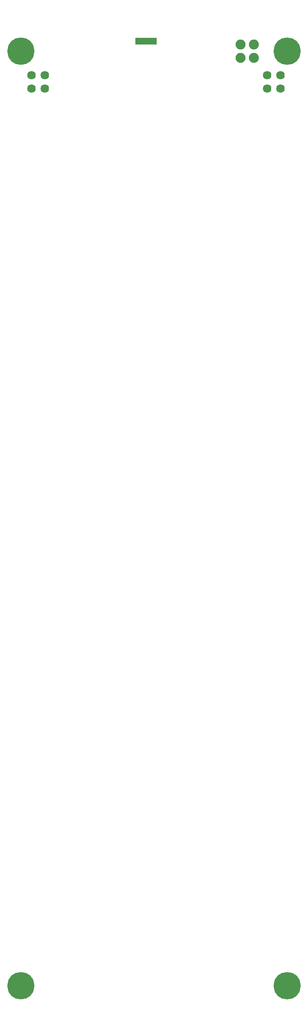
<source format=gts>
G04 Layer: TopSolderMaskLayer*
G04 EasyEDA v6.5.29, 2023-07-09 11:22:14*
G04 34a5644dc25c44e99f5b06bf355c49f1,5a6b42c53f6a479593ecc07194224c93,10*
G04 Gerber Generator version 0.2*
G04 Scale: 100 percent, Rotated: No, Reflected: No *
G04 Dimensions in millimeters *
G04 leading zeros omitted , absolute positions ,4 integer and 5 decimal *
%FSLAX45Y45*%
%MOMM*%

%ADD10C,5.2032*%
%ADD11C,1.6256*%
%ADD12C,1.9016*%

%LPD*%
D10*
G01*
X381000Y18160974D03*
G01*
X381000Y380974D03*
G01*
X5461000Y380974D03*
G01*
X5461000Y18160974D03*
D11*
G01*
X584200Y17449774D03*
G01*
X584200Y17703774D03*
G01*
X838200Y17703774D03*
G01*
X838200Y17449774D03*
G01*
X5080000Y17449774D03*
G01*
X5080000Y17703774D03*
G01*
X5334000Y17703774D03*
G01*
X5334000Y17449774D03*
D12*
G01*
X4572000Y18287974D03*
G01*
X4572000Y18033974D03*
G01*
X4826000Y18033974D03*
G01*
X4826000Y18287974D03*
D10*
G01*
X5461000Y18160974D03*
G01*
X381000Y18160974D03*
G36*
X2565400Y18414974D02*
G01*
X2971800Y18414974D01*
X2971800Y18287974D01*
X2565400Y18287974D01*
G37*
M02*

</source>
